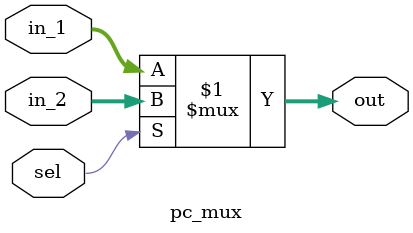
<source format=v>
`timescale 1ns / 1ps
module pc_mux(
        input [31:0]in_1,
        input [31:0]in_2,
        input sel,
        output [31:0]out
    );
   assign out=sel?in_2:in_1;
endmodule

</source>
